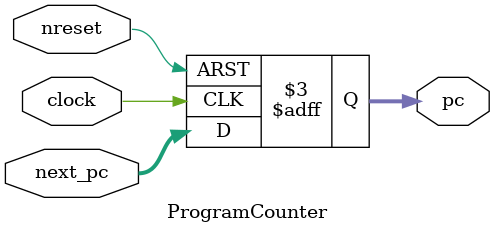
<source format=v>
module ProgramCounter(
    output reg [31:0] pc, 
    input [31:0] next_pc,
    input clock, nreset
);
    always @(posedge clock, negedge nreset) begin
        if (!nreset) begin
            pc <= 0;
        end else begin
            pc <= next_pc;
        end
    end
endmodule

</source>
